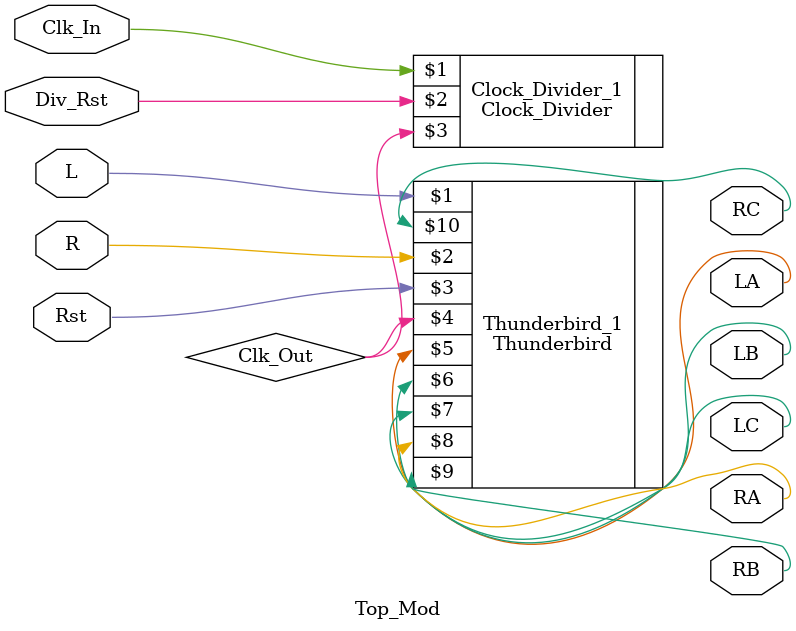
<source format=v>
`timescale 1ns / 1ps
module Top_Mod(L, R, Rst, Clk_In, Div_Rst, LA, LB, LC, RA, RB, RC);
	input L, R, Rst, Clk_In, Div_Rst;
	output LA, LB, LC, RA, RB, RC;
	wire Clk_Out;
	
	Clock_Divider Clock_Divider_1 (Clk_In, Div_Rst, Clk_Out);
	Thunderbird Thunderbird_1 (L, R, Rst, Clk_Out, LA, LB, LC, RA, RB, RC);
endmodule

</source>
